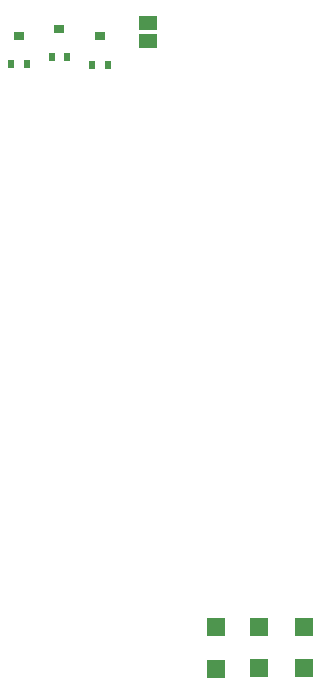
<source format=gtp>
G75*
G70*
%OFA0B0*%
%FSLAX24Y24*%
%IPPOS*%
%LPD*%
%AMOC8*
5,1,8,0,0,1.08239X$1,22.5*
%
%ADD10R,0.0354X0.0276*%
%ADD11R,0.0236X0.0276*%
%ADD12R,0.0591X0.0591*%
%ADD13R,0.0630X0.0460*%
D10*
X023393Y022186D03*
X024743Y022416D03*
X026093Y022166D03*
D11*
X024999Y021471D03*
X024487Y021471D03*
X023649Y021241D03*
X023137Y021241D03*
X025837Y021221D03*
X026349Y021221D03*
D12*
X029973Y001095D03*
X031383Y001115D03*
X032883Y001115D03*
X032883Y002493D03*
X031383Y002493D03*
X029973Y002473D03*
D13*
X027683Y022014D03*
X027683Y022614D03*
M02*

</source>
